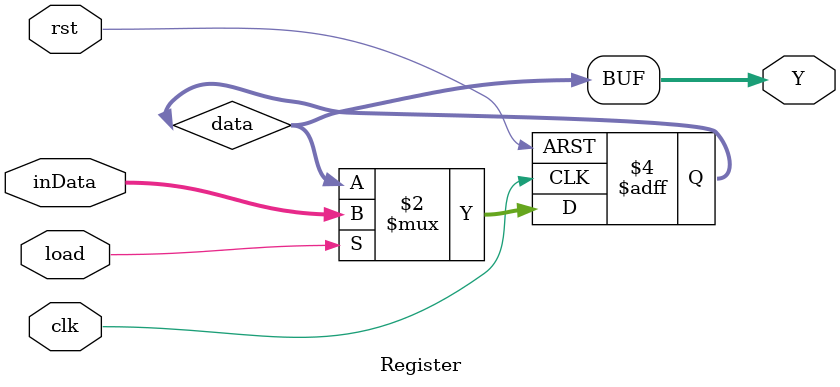
<source format=v>
module Register #(parameter SIZE = 16) (input clk, input rst , input [SIZE-1:0] inData , input load , output [SIZE-1:0] Y);
    reg [SIZE-1:0] data;
    always @(posedge clk ,posedge  rst) begin
        if (rst) begin
            data <= {SIZE{1'b0}};
        end
        else begin
            if (load) begin
                data <= inData;
            end
        end
    end
    assign Y = data;
endmodule
</source>
